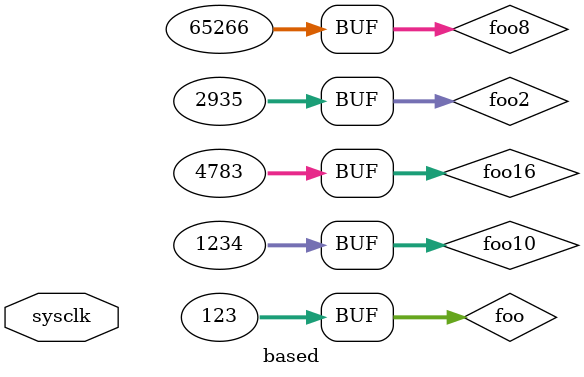
<source format=v>

module based(
input wire sysclk
);




wire [31:0] foo; wire [31:0] foo2; wire [31:0] foo8; wire [31:0] foo10; wire [31:0] foo11; wire [31:0] foo16;

  assign foo = 123;
  assign foo2 = 'B00101101110111;
  assign foo8 = 'O0177362;
  assign foo10 = 'D01234;
  //foo11<= 11#01234#;
  assign foo16 = 'H12af;

endmodule

</source>
